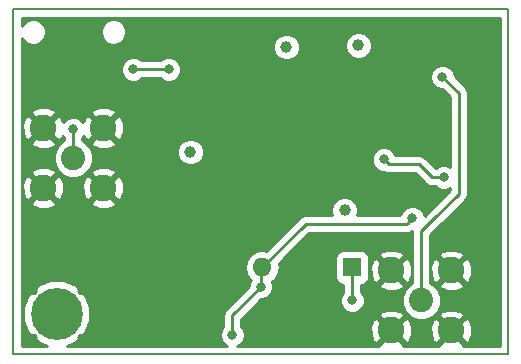
<source format=gbr>
%TF.GenerationSoftware,KiCad,Pcbnew,(5.0.1-3-g963ef8bb5)*%
%TF.CreationDate,2019-01-13T00:49:13+02:00*%
%TF.ProjectId,8307,383330372E6B696361645F7063620000,1.0*%
%TF.SameCoordinates,Original*%
%TF.FileFunction,Copper,L2,Bot,Signal*%
%TF.FilePolarity,Positive*%
%FSLAX46Y46*%
G04 Gerber Fmt 4.6, Leading zero omitted, Abs format (unit mm)*
G04 Created by KiCad (PCBNEW (5.0.1-3-g963ef8bb5)) date Duminică, 13 Ianuarie 2019, 00:49:13*
%MOMM*%
%LPD*%
G01*
G04 APERTURE LIST*
%ADD10C,0.150000*%
%ADD11C,1.000000*%
%ADD12C,2.050000*%
%ADD13C,2.250000*%
%ADD14R,1.600000X1.600000*%
%ADD15O,1.600000X1.600000*%
%ADD16C,0.700000*%
%ADD17C,4.400000*%
%ADD18C,0.800000*%
%ADD19C,0.250000*%
%ADD20C,0.254000*%
G04 APERTURE END LIST*
D10*
X21590000Y-72390000D02*
X21590000Y-43180000D01*
X63500000Y-72390000D02*
X21590000Y-72390000D01*
X63500000Y-43180000D02*
X63500000Y-72390000D01*
X21590000Y-43180000D02*
X63500000Y-43180000D01*
D11*
X44704000Y-46355000D03*
X50800000Y-46228000D03*
X36576000Y-55245000D03*
X49657000Y-60198000D03*
D12*
X56134000Y-67818000D03*
D13*
X53594000Y-65278000D03*
X53594000Y-70358000D03*
X58674000Y-70358000D03*
X58674000Y-65278000D03*
D14*
X50292000Y-65024000D03*
D15*
X42672000Y-65024000D03*
D12*
X26670000Y-55753000D03*
D13*
X29210000Y-53213000D03*
X24130000Y-53213000D03*
X24130000Y-58293000D03*
X29210000Y-58293000D03*
D16*
X26439726Y-67794274D03*
X25273000Y-67311000D03*
X24106274Y-67794274D03*
X23623000Y-68961000D03*
X24106274Y-70127726D03*
X25273000Y-70611000D03*
X26439726Y-70127726D03*
X26923000Y-68961000D03*
D17*
X25273000Y-68961000D03*
D18*
X52959000Y-55880000D03*
X58039000Y-57404000D03*
X31750000Y-48260000D03*
X34747202Y-48260000D03*
X26670000Y-53340000D03*
X42545000Y-66675000D03*
X40132000Y-70739000D03*
X55372000Y-60832998D03*
X50292000Y-67818000D03*
X57912000Y-48895000D03*
D19*
X53358999Y-56279999D02*
X55898999Y-56279999D01*
X52959000Y-55880000D02*
X53358999Y-56279999D01*
X57023000Y-57404000D02*
X58039000Y-57404000D01*
X55898999Y-56279999D02*
X57023000Y-57404000D01*
X31750000Y-48260000D02*
X34747202Y-48260000D01*
X26670000Y-53340000D02*
X26670000Y-55753000D01*
X42545000Y-65151000D02*
X42672000Y-65024000D01*
X42545000Y-66675000D02*
X42545000Y-65151000D01*
X40132000Y-69088000D02*
X42545000Y-66675000D01*
X40132000Y-70739000D02*
X40132000Y-69088000D01*
X42672000Y-65024000D02*
X46336001Y-61359999D01*
X46336001Y-61359999D02*
X54844999Y-61359999D01*
X54972001Y-61232997D02*
X55372000Y-60832998D01*
X54844999Y-61359999D02*
X54972001Y-61232997D01*
X50292000Y-65024000D02*
X50292000Y-67818000D01*
X56134000Y-61976000D02*
X56134000Y-67818000D01*
X57150000Y-60960000D02*
X56134000Y-61976000D01*
X57150000Y-60960000D02*
X59309000Y-58801000D01*
X59309000Y-50292000D02*
X57912000Y-48895000D01*
X59309000Y-58801000D02*
X59309000Y-50292000D01*
D20*
G36*
X62790001Y-71680000D02*
X59705147Y-71680000D01*
X59737342Y-71600947D01*
X58674000Y-70537605D01*
X57610658Y-71600947D01*
X57642853Y-71680000D01*
X54625147Y-71680000D01*
X54657342Y-71600947D01*
X53594000Y-70537605D01*
X52530658Y-71600947D01*
X52562853Y-71680000D01*
X40564811Y-71680000D01*
X40718280Y-71616431D01*
X41009431Y-71325280D01*
X41167000Y-70944874D01*
X41167000Y-70533126D01*
X41009431Y-70152720D01*
X40920340Y-70063629D01*
X51823830Y-70063629D01*
X51845925Y-70763451D01*
X52071227Y-71307379D01*
X52351053Y-71421342D01*
X53414395Y-70358000D01*
X53773605Y-70358000D01*
X54836947Y-71421342D01*
X55116773Y-71307379D01*
X55364170Y-70652371D01*
X55345583Y-70063629D01*
X56903830Y-70063629D01*
X56925925Y-70763451D01*
X57151227Y-71307379D01*
X57431053Y-71421342D01*
X58494395Y-70358000D01*
X58853605Y-70358000D01*
X59916947Y-71421342D01*
X60196773Y-71307379D01*
X60444170Y-70652371D01*
X60422075Y-69952549D01*
X60196773Y-69408621D01*
X59916947Y-69294658D01*
X58853605Y-70358000D01*
X58494395Y-70358000D01*
X57431053Y-69294658D01*
X57151227Y-69408621D01*
X56903830Y-70063629D01*
X55345583Y-70063629D01*
X55342075Y-69952549D01*
X55116773Y-69408621D01*
X54836947Y-69294658D01*
X53773605Y-70358000D01*
X53414395Y-70358000D01*
X52351053Y-69294658D01*
X52071227Y-69408621D01*
X51823830Y-70063629D01*
X40920340Y-70063629D01*
X40892000Y-70035289D01*
X40892000Y-69402801D01*
X41179748Y-69115053D01*
X52530658Y-69115053D01*
X53594000Y-70178395D01*
X54657342Y-69115053D01*
X54543379Y-68835227D01*
X53888371Y-68587830D01*
X53188549Y-68609925D01*
X52644621Y-68835227D01*
X52530658Y-69115053D01*
X41179748Y-69115053D01*
X42584803Y-67710000D01*
X42750874Y-67710000D01*
X43131280Y-67552431D01*
X43422431Y-67261280D01*
X43580000Y-66880874D01*
X43580000Y-66469126D01*
X43474247Y-66213815D01*
X43706577Y-66058577D01*
X44023740Y-65583909D01*
X44135113Y-65024000D01*
X44070688Y-64700113D01*
X44546801Y-64224000D01*
X48844560Y-64224000D01*
X48844560Y-65824000D01*
X48893843Y-66071765D01*
X49034191Y-66281809D01*
X49244235Y-66422157D01*
X49492000Y-66471440D01*
X49532001Y-66471440D01*
X49532001Y-67114288D01*
X49414569Y-67231720D01*
X49257000Y-67612126D01*
X49257000Y-68023874D01*
X49414569Y-68404280D01*
X49705720Y-68695431D01*
X50086126Y-68853000D01*
X50497874Y-68853000D01*
X50878280Y-68695431D01*
X51169431Y-68404280D01*
X51327000Y-68023874D01*
X51327000Y-67612126D01*
X51169431Y-67231720D01*
X51052000Y-67114289D01*
X51052000Y-66520947D01*
X52530658Y-66520947D01*
X52644621Y-66800773D01*
X53299629Y-67048170D01*
X53999451Y-67026075D01*
X54543379Y-66800773D01*
X54657342Y-66520947D01*
X53594000Y-65457605D01*
X52530658Y-66520947D01*
X51052000Y-66520947D01*
X51052000Y-66471440D01*
X51092000Y-66471440D01*
X51339765Y-66422157D01*
X51549809Y-66281809D01*
X51690157Y-66071765D01*
X51739440Y-65824000D01*
X51739440Y-64983629D01*
X51823830Y-64983629D01*
X51845925Y-65683451D01*
X52071227Y-66227379D01*
X52351053Y-66341342D01*
X53414395Y-65278000D01*
X53773605Y-65278000D01*
X54836947Y-66341342D01*
X55116773Y-66227379D01*
X55364170Y-65572371D01*
X55342075Y-64872549D01*
X55116773Y-64328621D01*
X54836947Y-64214658D01*
X53773605Y-65278000D01*
X53414395Y-65278000D01*
X52351053Y-64214658D01*
X52071227Y-64328621D01*
X51823830Y-64983629D01*
X51739440Y-64983629D01*
X51739440Y-64224000D01*
X51701857Y-64035053D01*
X52530658Y-64035053D01*
X53594000Y-65098395D01*
X54657342Y-64035053D01*
X54543379Y-63755227D01*
X53888371Y-63507830D01*
X53188549Y-63529925D01*
X52644621Y-63755227D01*
X52530658Y-64035053D01*
X51701857Y-64035053D01*
X51690157Y-63976235D01*
X51549809Y-63766191D01*
X51339765Y-63625843D01*
X51092000Y-63576560D01*
X49492000Y-63576560D01*
X49244235Y-63625843D01*
X49034191Y-63766191D01*
X48893843Y-63976235D01*
X48844560Y-64224000D01*
X44546801Y-64224000D01*
X46650803Y-62119999D01*
X54770152Y-62119999D01*
X54844999Y-62134887D01*
X54919846Y-62119999D01*
X54919851Y-62119999D01*
X55141536Y-62075903D01*
X55369545Y-61923552D01*
X55359112Y-61976000D01*
X55374000Y-62050847D01*
X55374001Y-66336031D01*
X55193686Y-66410720D01*
X54726720Y-66877686D01*
X54474000Y-67487806D01*
X54474000Y-68148194D01*
X54726720Y-68758314D01*
X55193686Y-69225280D01*
X55803806Y-69478000D01*
X56464194Y-69478000D01*
X57074314Y-69225280D01*
X57184541Y-69115053D01*
X57610658Y-69115053D01*
X58674000Y-70178395D01*
X59737342Y-69115053D01*
X59623379Y-68835227D01*
X58968371Y-68587830D01*
X58268549Y-68609925D01*
X57724621Y-68835227D01*
X57610658Y-69115053D01*
X57184541Y-69115053D01*
X57541280Y-68758314D01*
X57794000Y-68148194D01*
X57794000Y-67487806D01*
X57541280Y-66877686D01*
X57184541Y-66520947D01*
X57610658Y-66520947D01*
X57724621Y-66800773D01*
X58379629Y-67048170D01*
X59079451Y-67026075D01*
X59623379Y-66800773D01*
X59737342Y-66520947D01*
X58674000Y-65457605D01*
X57610658Y-66520947D01*
X57184541Y-66520947D01*
X57074314Y-66410720D01*
X56894000Y-66336031D01*
X56894000Y-64983629D01*
X56903830Y-64983629D01*
X56925925Y-65683451D01*
X57151227Y-66227379D01*
X57431053Y-66341342D01*
X58494395Y-65278000D01*
X58853605Y-65278000D01*
X59916947Y-66341342D01*
X60196773Y-66227379D01*
X60444170Y-65572371D01*
X60422075Y-64872549D01*
X60196773Y-64328621D01*
X59916947Y-64214658D01*
X58853605Y-65278000D01*
X58494395Y-65278000D01*
X57431053Y-64214658D01*
X57151227Y-64328621D01*
X56903830Y-64983629D01*
X56894000Y-64983629D01*
X56894000Y-64035053D01*
X57610658Y-64035053D01*
X58674000Y-65098395D01*
X59737342Y-64035053D01*
X59623379Y-63755227D01*
X58968371Y-63507830D01*
X58268549Y-63529925D01*
X57724621Y-63755227D01*
X57610658Y-64035053D01*
X56894000Y-64035053D01*
X56894000Y-62290801D01*
X57740329Y-61444473D01*
X57740331Y-61444470D01*
X59793473Y-59391329D01*
X59856929Y-59348929D01*
X60024904Y-59097537D01*
X60069000Y-58875852D01*
X60069000Y-58875848D01*
X60083888Y-58801001D01*
X60069000Y-58726154D01*
X60069000Y-50366846D01*
X60083888Y-50291999D01*
X60069000Y-50217152D01*
X60069000Y-50217148D01*
X60024904Y-49995463D01*
X59981163Y-49930000D01*
X59899329Y-49807526D01*
X59899327Y-49807524D01*
X59856929Y-49744071D01*
X59793476Y-49701673D01*
X58947000Y-48855198D01*
X58947000Y-48689126D01*
X58789431Y-48308720D01*
X58498280Y-48017569D01*
X58117874Y-47860000D01*
X57706126Y-47860000D01*
X57325720Y-48017569D01*
X57034569Y-48308720D01*
X56877000Y-48689126D01*
X56877000Y-49100874D01*
X57034569Y-49481280D01*
X57325720Y-49772431D01*
X57706126Y-49930000D01*
X57872198Y-49930000D01*
X58549001Y-50606804D01*
X58549000Y-56494973D01*
X58244874Y-56369000D01*
X57833126Y-56369000D01*
X57452720Y-56526569D01*
X57336546Y-56642743D01*
X56489330Y-55795529D01*
X56446928Y-55732070D01*
X56195536Y-55564095D01*
X55973851Y-55519999D01*
X55973846Y-55519999D01*
X55898999Y-55505111D01*
X55824152Y-55519999D01*
X53930159Y-55519999D01*
X53836431Y-55293720D01*
X53545280Y-55002569D01*
X53164874Y-54845000D01*
X52753126Y-54845000D01*
X52372720Y-55002569D01*
X52081569Y-55293720D01*
X51924000Y-55674126D01*
X51924000Y-56085874D01*
X52081569Y-56466280D01*
X52372720Y-56757431D01*
X52753126Y-56915000D01*
X52941382Y-56915000D01*
X53062462Y-56995903D01*
X53284147Y-57039999D01*
X53284151Y-57039999D01*
X53358998Y-57054887D01*
X53433845Y-57039999D01*
X55584198Y-57039999D01*
X56432673Y-57888475D01*
X56475071Y-57951929D01*
X56538524Y-57994327D01*
X56538526Y-57994329D01*
X56663902Y-58078102D01*
X56726463Y-58119904D01*
X56948148Y-58164000D01*
X56948152Y-58164000D01*
X57022999Y-58178888D01*
X57097846Y-58164000D01*
X57335289Y-58164000D01*
X57452720Y-58281431D01*
X57833126Y-58439000D01*
X58244874Y-58439000D01*
X58549000Y-58313027D01*
X58549000Y-58486198D01*
X56665530Y-60369669D01*
X56665527Y-60369671D01*
X56407000Y-60628198D01*
X56407000Y-60627124D01*
X56249431Y-60246718D01*
X55958280Y-59955567D01*
X55577874Y-59797998D01*
X55166126Y-59797998D01*
X54785720Y-59955567D01*
X54494569Y-60246718D01*
X54348236Y-60599999D01*
X50719002Y-60599999D01*
X50792000Y-60423766D01*
X50792000Y-59972234D01*
X50619207Y-59555074D01*
X50299926Y-59235793D01*
X49882766Y-59063000D01*
X49431234Y-59063000D01*
X49014074Y-59235793D01*
X48694793Y-59555074D01*
X48522000Y-59972234D01*
X48522000Y-60423766D01*
X48594998Y-60599999D01*
X46410848Y-60599999D01*
X46336001Y-60585111D01*
X46261154Y-60599999D01*
X46261149Y-60599999D01*
X46039464Y-60644095D01*
X45788072Y-60812070D01*
X45745672Y-60875526D01*
X42995887Y-63625312D01*
X42813333Y-63589000D01*
X42530667Y-63589000D01*
X42112091Y-63672260D01*
X41637423Y-63989423D01*
X41320260Y-64464091D01*
X41208887Y-65024000D01*
X41320260Y-65583909D01*
X41637423Y-66058577D01*
X41673564Y-66082725D01*
X41667569Y-66088720D01*
X41510000Y-66469126D01*
X41510000Y-66635197D01*
X39647528Y-68497671D01*
X39584072Y-68540071D01*
X39541672Y-68603527D01*
X39541671Y-68603528D01*
X39438246Y-68758314D01*
X39416097Y-68791463D01*
X39403857Y-68853000D01*
X39357112Y-69088000D01*
X39372001Y-69162851D01*
X39372000Y-70035289D01*
X39254569Y-70152720D01*
X39097000Y-70533126D01*
X39097000Y-70944874D01*
X39254569Y-71325280D01*
X39545720Y-71616431D01*
X39699189Y-71680000D01*
X26123784Y-71680000D01*
X26867632Y-71371888D01*
X27112777Y-70980382D01*
X27046424Y-70914029D01*
X27226029Y-70734424D01*
X27292382Y-70800777D01*
X27683888Y-70555632D01*
X28110609Y-69511640D01*
X28105330Y-68383819D01*
X27683888Y-67366368D01*
X27292382Y-67121223D01*
X27226029Y-67187577D01*
X27046424Y-67007972D01*
X27112777Y-66941618D01*
X26867632Y-66550112D01*
X25823640Y-66123391D01*
X24695819Y-66128670D01*
X23678368Y-66550112D01*
X23433223Y-66941618D01*
X23499577Y-67007972D01*
X23319972Y-67187577D01*
X23253618Y-67121223D01*
X22862112Y-67366368D01*
X22435391Y-68410360D01*
X22440670Y-69538181D01*
X22862112Y-70555632D01*
X23253618Y-70800777D01*
X23319972Y-70734424D01*
X23499577Y-70914029D01*
X23433223Y-70980382D01*
X23678368Y-71371888D01*
X24432178Y-71680000D01*
X22300000Y-71680000D01*
X22300000Y-59535947D01*
X23066658Y-59535947D01*
X23180621Y-59815773D01*
X23835629Y-60063170D01*
X24535451Y-60041075D01*
X25079379Y-59815773D01*
X25193342Y-59535947D01*
X28146658Y-59535947D01*
X28260621Y-59815773D01*
X28915629Y-60063170D01*
X29615451Y-60041075D01*
X30159379Y-59815773D01*
X30273342Y-59535947D01*
X29210000Y-58472605D01*
X28146658Y-59535947D01*
X25193342Y-59535947D01*
X24130000Y-58472605D01*
X23066658Y-59535947D01*
X22300000Y-59535947D01*
X22300000Y-57998629D01*
X22359830Y-57998629D01*
X22381925Y-58698451D01*
X22607227Y-59242379D01*
X22887053Y-59356342D01*
X23950395Y-58293000D01*
X24309605Y-58293000D01*
X25372947Y-59356342D01*
X25652773Y-59242379D01*
X25900170Y-58587371D01*
X25881583Y-57998629D01*
X27439830Y-57998629D01*
X27461925Y-58698451D01*
X27687227Y-59242379D01*
X27967053Y-59356342D01*
X29030395Y-58293000D01*
X29389605Y-58293000D01*
X30452947Y-59356342D01*
X30732773Y-59242379D01*
X30980170Y-58587371D01*
X30958075Y-57887549D01*
X30732773Y-57343621D01*
X30452947Y-57229658D01*
X29389605Y-58293000D01*
X29030395Y-58293000D01*
X27967053Y-57229658D01*
X27687227Y-57343621D01*
X27439830Y-57998629D01*
X25881583Y-57998629D01*
X25878075Y-57887549D01*
X25652773Y-57343621D01*
X25372947Y-57229658D01*
X24309605Y-58293000D01*
X23950395Y-58293000D01*
X22887053Y-57229658D01*
X22607227Y-57343621D01*
X22359830Y-57998629D01*
X22300000Y-57998629D01*
X22300000Y-57050053D01*
X23066658Y-57050053D01*
X24130000Y-58113395D01*
X25193342Y-57050053D01*
X25079379Y-56770227D01*
X24424371Y-56522830D01*
X23724549Y-56544925D01*
X23180621Y-56770227D01*
X23066658Y-57050053D01*
X22300000Y-57050053D01*
X22300000Y-54455947D01*
X23066658Y-54455947D01*
X23180621Y-54735773D01*
X23835629Y-54983170D01*
X24535451Y-54961075D01*
X25079379Y-54735773D01*
X25193342Y-54455947D01*
X24130000Y-53392605D01*
X23066658Y-54455947D01*
X22300000Y-54455947D01*
X22300000Y-52918629D01*
X22359830Y-52918629D01*
X22381925Y-53618451D01*
X22607227Y-54162379D01*
X22887053Y-54276342D01*
X23950395Y-53213000D01*
X24309605Y-53213000D01*
X25372947Y-54276342D01*
X25652773Y-54162379D01*
X25766091Y-53862357D01*
X25792569Y-53926280D01*
X25910000Y-54043711D01*
X25910000Y-54271031D01*
X25729686Y-54345720D01*
X25262720Y-54812686D01*
X25010000Y-55422806D01*
X25010000Y-56083194D01*
X25262720Y-56693314D01*
X25729686Y-57160280D01*
X26339806Y-57413000D01*
X27000194Y-57413000D01*
X27610314Y-57160280D01*
X27720541Y-57050053D01*
X28146658Y-57050053D01*
X29210000Y-58113395D01*
X30273342Y-57050053D01*
X30159379Y-56770227D01*
X29504371Y-56522830D01*
X28804549Y-56544925D01*
X28260621Y-56770227D01*
X28146658Y-57050053D01*
X27720541Y-57050053D01*
X28077280Y-56693314D01*
X28330000Y-56083194D01*
X28330000Y-55422806D01*
X28162835Y-55019234D01*
X35441000Y-55019234D01*
X35441000Y-55470766D01*
X35613793Y-55887926D01*
X35933074Y-56207207D01*
X36350234Y-56380000D01*
X36801766Y-56380000D01*
X37218926Y-56207207D01*
X37538207Y-55887926D01*
X37711000Y-55470766D01*
X37711000Y-55019234D01*
X37538207Y-54602074D01*
X37218926Y-54282793D01*
X36801766Y-54110000D01*
X36350234Y-54110000D01*
X35933074Y-54282793D01*
X35613793Y-54602074D01*
X35441000Y-55019234D01*
X28162835Y-55019234D01*
X28077280Y-54812686D01*
X27720541Y-54455947D01*
X28146658Y-54455947D01*
X28260621Y-54735773D01*
X28915629Y-54983170D01*
X29615451Y-54961075D01*
X30159379Y-54735773D01*
X30273342Y-54455947D01*
X29210000Y-53392605D01*
X28146658Y-54455947D01*
X27720541Y-54455947D01*
X27610314Y-54345720D01*
X27430000Y-54271031D01*
X27430000Y-54043711D01*
X27547431Y-53926280D01*
X27568431Y-53875581D01*
X27687227Y-54162379D01*
X27967053Y-54276342D01*
X29030395Y-53213000D01*
X29389605Y-53213000D01*
X30452947Y-54276342D01*
X30732773Y-54162379D01*
X30980170Y-53507371D01*
X30958075Y-52807549D01*
X30732773Y-52263621D01*
X30452947Y-52149658D01*
X29389605Y-53213000D01*
X29030395Y-53213000D01*
X27967053Y-52149658D01*
X27687227Y-52263621D01*
X27514539Y-52720828D01*
X27256280Y-52462569D01*
X26875874Y-52305000D01*
X26464126Y-52305000D01*
X26083720Y-52462569D01*
X25837265Y-52709024D01*
X25652773Y-52263621D01*
X25372947Y-52149658D01*
X24309605Y-53213000D01*
X23950395Y-53213000D01*
X22887053Y-52149658D01*
X22607227Y-52263621D01*
X22359830Y-52918629D01*
X22300000Y-52918629D01*
X22300000Y-51970053D01*
X23066658Y-51970053D01*
X24130000Y-53033395D01*
X25193342Y-51970053D01*
X28146658Y-51970053D01*
X29210000Y-53033395D01*
X30273342Y-51970053D01*
X30159379Y-51690227D01*
X29504371Y-51442830D01*
X28804549Y-51464925D01*
X28260621Y-51690227D01*
X28146658Y-51970053D01*
X25193342Y-51970053D01*
X25079379Y-51690227D01*
X24424371Y-51442830D01*
X23724549Y-51464925D01*
X23180621Y-51690227D01*
X23066658Y-51970053D01*
X22300000Y-51970053D01*
X22300000Y-48054126D01*
X30715000Y-48054126D01*
X30715000Y-48465874D01*
X30872569Y-48846280D01*
X31163720Y-49137431D01*
X31544126Y-49295000D01*
X31955874Y-49295000D01*
X32336280Y-49137431D01*
X32453711Y-49020000D01*
X34043491Y-49020000D01*
X34160922Y-49137431D01*
X34541328Y-49295000D01*
X34953076Y-49295000D01*
X35333482Y-49137431D01*
X35624633Y-48846280D01*
X35782202Y-48465874D01*
X35782202Y-48054126D01*
X35624633Y-47673720D01*
X35333482Y-47382569D01*
X34953076Y-47225000D01*
X34541328Y-47225000D01*
X34160922Y-47382569D01*
X34043491Y-47500000D01*
X32453711Y-47500000D01*
X32336280Y-47382569D01*
X31955874Y-47225000D01*
X31544126Y-47225000D01*
X31163720Y-47382569D01*
X30872569Y-47673720D01*
X30715000Y-48054126D01*
X22300000Y-48054126D01*
X22300000Y-45578453D01*
X22350182Y-45699603D01*
X22655397Y-46004818D01*
X23054180Y-46170000D01*
X23485820Y-46170000D01*
X23884603Y-46004818D01*
X24189818Y-45699603D01*
X24355000Y-45300820D01*
X24355000Y-44869180D01*
X28985000Y-44869180D01*
X28985000Y-45300820D01*
X29150182Y-45699603D01*
X29455397Y-46004818D01*
X29854180Y-46170000D01*
X30285820Y-46170000D01*
X30384237Y-46129234D01*
X43569000Y-46129234D01*
X43569000Y-46580766D01*
X43741793Y-46997926D01*
X44061074Y-47317207D01*
X44478234Y-47490000D01*
X44929766Y-47490000D01*
X45346926Y-47317207D01*
X45666207Y-46997926D01*
X45839000Y-46580766D01*
X45839000Y-46129234D01*
X45786395Y-46002234D01*
X49665000Y-46002234D01*
X49665000Y-46453766D01*
X49837793Y-46870926D01*
X50157074Y-47190207D01*
X50574234Y-47363000D01*
X51025766Y-47363000D01*
X51442926Y-47190207D01*
X51762207Y-46870926D01*
X51935000Y-46453766D01*
X51935000Y-46002234D01*
X51762207Y-45585074D01*
X51442926Y-45265793D01*
X51025766Y-45093000D01*
X50574234Y-45093000D01*
X50157074Y-45265793D01*
X49837793Y-45585074D01*
X49665000Y-46002234D01*
X45786395Y-46002234D01*
X45666207Y-45712074D01*
X45346926Y-45392793D01*
X44929766Y-45220000D01*
X44478234Y-45220000D01*
X44061074Y-45392793D01*
X43741793Y-45712074D01*
X43569000Y-46129234D01*
X30384237Y-46129234D01*
X30684603Y-46004818D01*
X30989818Y-45699603D01*
X31155000Y-45300820D01*
X31155000Y-44869180D01*
X30989818Y-44470397D01*
X30684603Y-44165182D01*
X30285820Y-44000000D01*
X29854180Y-44000000D01*
X29455397Y-44165182D01*
X29150182Y-44470397D01*
X28985000Y-44869180D01*
X24355000Y-44869180D01*
X24189818Y-44470397D01*
X23884603Y-44165182D01*
X23485820Y-44000000D01*
X23054180Y-44000000D01*
X22655397Y-44165182D01*
X22350182Y-44470397D01*
X22300000Y-44591547D01*
X22300000Y-43890000D01*
X62790000Y-43890000D01*
X62790001Y-71680000D01*
X62790001Y-71680000D01*
G37*
X62790001Y-71680000D02*
X59705147Y-71680000D01*
X59737342Y-71600947D01*
X58674000Y-70537605D01*
X57610658Y-71600947D01*
X57642853Y-71680000D01*
X54625147Y-71680000D01*
X54657342Y-71600947D01*
X53594000Y-70537605D01*
X52530658Y-71600947D01*
X52562853Y-71680000D01*
X40564811Y-71680000D01*
X40718280Y-71616431D01*
X41009431Y-71325280D01*
X41167000Y-70944874D01*
X41167000Y-70533126D01*
X41009431Y-70152720D01*
X40920340Y-70063629D01*
X51823830Y-70063629D01*
X51845925Y-70763451D01*
X52071227Y-71307379D01*
X52351053Y-71421342D01*
X53414395Y-70358000D01*
X53773605Y-70358000D01*
X54836947Y-71421342D01*
X55116773Y-71307379D01*
X55364170Y-70652371D01*
X55345583Y-70063629D01*
X56903830Y-70063629D01*
X56925925Y-70763451D01*
X57151227Y-71307379D01*
X57431053Y-71421342D01*
X58494395Y-70358000D01*
X58853605Y-70358000D01*
X59916947Y-71421342D01*
X60196773Y-71307379D01*
X60444170Y-70652371D01*
X60422075Y-69952549D01*
X60196773Y-69408621D01*
X59916947Y-69294658D01*
X58853605Y-70358000D01*
X58494395Y-70358000D01*
X57431053Y-69294658D01*
X57151227Y-69408621D01*
X56903830Y-70063629D01*
X55345583Y-70063629D01*
X55342075Y-69952549D01*
X55116773Y-69408621D01*
X54836947Y-69294658D01*
X53773605Y-70358000D01*
X53414395Y-70358000D01*
X52351053Y-69294658D01*
X52071227Y-69408621D01*
X51823830Y-70063629D01*
X40920340Y-70063629D01*
X40892000Y-70035289D01*
X40892000Y-69402801D01*
X41179748Y-69115053D01*
X52530658Y-69115053D01*
X53594000Y-70178395D01*
X54657342Y-69115053D01*
X54543379Y-68835227D01*
X53888371Y-68587830D01*
X53188549Y-68609925D01*
X52644621Y-68835227D01*
X52530658Y-69115053D01*
X41179748Y-69115053D01*
X42584803Y-67710000D01*
X42750874Y-67710000D01*
X43131280Y-67552431D01*
X43422431Y-67261280D01*
X43580000Y-66880874D01*
X43580000Y-66469126D01*
X43474247Y-66213815D01*
X43706577Y-66058577D01*
X44023740Y-65583909D01*
X44135113Y-65024000D01*
X44070688Y-64700113D01*
X44546801Y-64224000D01*
X48844560Y-64224000D01*
X48844560Y-65824000D01*
X48893843Y-66071765D01*
X49034191Y-66281809D01*
X49244235Y-66422157D01*
X49492000Y-66471440D01*
X49532001Y-66471440D01*
X49532001Y-67114288D01*
X49414569Y-67231720D01*
X49257000Y-67612126D01*
X49257000Y-68023874D01*
X49414569Y-68404280D01*
X49705720Y-68695431D01*
X50086126Y-68853000D01*
X50497874Y-68853000D01*
X50878280Y-68695431D01*
X51169431Y-68404280D01*
X51327000Y-68023874D01*
X51327000Y-67612126D01*
X51169431Y-67231720D01*
X51052000Y-67114289D01*
X51052000Y-66520947D01*
X52530658Y-66520947D01*
X52644621Y-66800773D01*
X53299629Y-67048170D01*
X53999451Y-67026075D01*
X54543379Y-66800773D01*
X54657342Y-66520947D01*
X53594000Y-65457605D01*
X52530658Y-66520947D01*
X51052000Y-66520947D01*
X51052000Y-66471440D01*
X51092000Y-66471440D01*
X51339765Y-66422157D01*
X51549809Y-66281809D01*
X51690157Y-66071765D01*
X51739440Y-65824000D01*
X51739440Y-64983629D01*
X51823830Y-64983629D01*
X51845925Y-65683451D01*
X52071227Y-66227379D01*
X52351053Y-66341342D01*
X53414395Y-65278000D01*
X53773605Y-65278000D01*
X54836947Y-66341342D01*
X55116773Y-66227379D01*
X55364170Y-65572371D01*
X55342075Y-64872549D01*
X55116773Y-64328621D01*
X54836947Y-64214658D01*
X53773605Y-65278000D01*
X53414395Y-65278000D01*
X52351053Y-64214658D01*
X52071227Y-64328621D01*
X51823830Y-64983629D01*
X51739440Y-64983629D01*
X51739440Y-64224000D01*
X51701857Y-64035053D01*
X52530658Y-64035053D01*
X53594000Y-65098395D01*
X54657342Y-64035053D01*
X54543379Y-63755227D01*
X53888371Y-63507830D01*
X53188549Y-63529925D01*
X52644621Y-63755227D01*
X52530658Y-64035053D01*
X51701857Y-64035053D01*
X51690157Y-63976235D01*
X51549809Y-63766191D01*
X51339765Y-63625843D01*
X51092000Y-63576560D01*
X49492000Y-63576560D01*
X49244235Y-63625843D01*
X49034191Y-63766191D01*
X48893843Y-63976235D01*
X48844560Y-64224000D01*
X44546801Y-64224000D01*
X46650803Y-62119999D01*
X54770152Y-62119999D01*
X54844999Y-62134887D01*
X54919846Y-62119999D01*
X54919851Y-62119999D01*
X55141536Y-62075903D01*
X55369545Y-61923552D01*
X55359112Y-61976000D01*
X55374000Y-62050847D01*
X55374001Y-66336031D01*
X55193686Y-66410720D01*
X54726720Y-66877686D01*
X54474000Y-67487806D01*
X54474000Y-68148194D01*
X54726720Y-68758314D01*
X55193686Y-69225280D01*
X55803806Y-69478000D01*
X56464194Y-69478000D01*
X57074314Y-69225280D01*
X57184541Y-69115053D01*
X57610658Y-69115053D01*
X58674000Y-70178395D01*
X59737342Y-69115053D01*
X59623379Y-68835227D01*
X58968371Y-68587830D01*
X58268549Y-68609925D01*
X57724621Y-68835227D01*
X57610658Y-69115053D01*
X57184541Y-69115053D01*
X57541280Y-68758314D01*
X57794000Y-68148194D01*
X57794000Y-67487806D01*
X57541280Y-66877686D01*
X57184541Y-66520947D01*
X57610658Y-66520947D01*
X57724621Y-66800773D01*
X58379629Y-67048170D01*
X59079451Y-67026075D01*
X59623379Y-66800773D01*
X59737342Y-66520947D01*
X58674000Y-65457605D01*
X57610658Y-66520947D01*
X57184541Y-66520947D01*
X57074314Y-66410720D01*
X56894000Y-66336031D01*
X56894000Y-64983629D01*
X56903830Y-64983629D01*
X56925925Y-65683451D01*
X57151227Y-66227379D01*
X57431053Y-66341342D01*
X58494395Y-65278000D01*
X58853605Y-65278000D01*
X59916947Y-66341342D01*
X60196773Y-66227379D01*
X60444170Y-65572371D01*
X60422075Y-64872549D01*
X60196773Y-64328621D01*
X59916947Y-64214658D01*
X58853605Y-65278000D01*
X58494395Y-65278000D01*
X57431053Y-64214658D01*
X57151227Y-64328621D01*
X56903830Y-64983629D01*
X56894000Y-64983629D01*
X56894000Y-64035053D01*
X57610658Y-64035053D01*
X58674000Y-65098395D01*
X59737342Y-64035053D01*
X59623379Y-63755227D01*
X58968371Y-63507830D01*
X58268549Y-63529925D01*
X57724621Y-63755227D01*
X57610658Y-64035053D01*
X56894000Y-64035053D01*
X56894000Y-62290801D01*
X57740329Y-61444473D01*
X57740331Y-61444470D01*
X59793473Y-59391329D01*
X59856929Y-59348929D01*
X60024904Y-59097537D01*
X60069000Y-58875852D01*
X60069000Y-58875848D01*
X60083888Y-58801001D01*
X60069000Y-58726154D01*
X60069000Y-50366846D01*
X60083888Y-50291999D01*
X60069000Y-50217152D01*
X60069000Y-50217148D01*
X60024904Y-49995463D01*
X59981163Y-49930000D01*
X59899329Y-49807526D01*
X59899327Y-49807524D01*
X59856929Y-49744071D01*
X59793476Y-49701673D01*
X58947000Y-48855198D01*
X58947000Y-48689126D01*
X58789431Y-48308720D01*
X58498280Y-48017569D01*
X58117874Y-47860000D01*
X57706126Y-47860000D01*
X57325720Y-48017569D01*
X57034569Y-48308720D01*
X56877000Y-48689126D01*
X56877000Y-49100874D01*
X57034569Y-49481280D01*
X57325720Y-49772431D01*
X57706126Y-49930000D01*
X57872198Y-49930000D01*
X58549001Y-50606804D01*
X58549000Y-56494973D01*
X58244874Y-56369000D01*
X57833126Y-56369000D01*
X57452720Y-56526569D01*
X57336546Y-56642743D01*
X56489330Y-55795529D01*
X56446928Y-55732070D01*
X56195536Y-55564095D01*
X55973851Y-55519999D01*
X55973846Y-55519999D01*
X55898999Y-55505111D01*
X55824152Y-55519999D01*
X53930159Y-55519999D01*
X53836431Y-55293720D01*
X53545280Y-55002569D01*
X53164874Y-54845000D01*
X52753126Y-54845000D01*
X52372720Y-55002569D01*
X52081569Y-55293720D01*
X51924000Y-55674126D01*
X51924000Y-56085874D01*
X52081569Y-56466280D01*
X52372720Y-56757431D01*
X52753126Y-56915000D01*
X52941382Y-56915000D01*
X53062462Y-56995903D01*
X53284147Y-57039999D01*
X53284151Y-57039999D01*
X53358998Y-57054887D01*
X53433845Y-57039999D01*
X55584198Y-57039999D01*
X56432673Y-57888475D01*
X56475071Y-57951929D01*
X56538524Y-57994327D01*
X56538526Y-57994329D01*
X56663902Y-58078102D01*
X56726463Y-58119904D01*
X56948148Y-58164000D01*
X56948152Y-58164000D01*
X57022999Y-58178888D01*
X57097846Y-58164000D01*
X57335289Y-58164000D01*
X57452720Y-58281431D01*
X57833126Y-58439000D01*
X58244874Y-58439000D01*
X58549000Y-58313027D01*
X58549000Y-58486198D01*
X56665530Y-60369669D01*
X56665527Y-60369671D01*
X56407000Y-60628198D01*
X56407000Y-60627124D01*
X56249431Y-60246718D01*
X55958280Y-59955567D01*
X55577874Y-59797998D01*
X55166126Y-59797998D01*
X54785720Y-59955567D01*
X54494569Y-60246718D01*
X54348236Y-60599999D01*
X50719002Y-60599999D01*
X50792000Y-60423766D01*
X50792000Y-59972234D01*
X50619207Y-59555074D01*
X50299926Y-59235793D01*
X49882766Y-59063000D01*
X49431234Y-59063000D01*
X49014074Y-59235793D01*
X48694793Y-59555074D01*
X48522000Y-59972234D01*
X48522000Y-60423766D01*
X48594998Y-60599999D01*
X46410848Y-60599999D01*
X46336001Y-60585111D01*
X46261154Y-60599999D01*
X46261149Y-60599999D01*
X46039464Y-60644095D01*
X45788072Y-60812070D01*
X45745672Y-60875526D01*
X42995887Y-63625312D01*
X42813333Y-63589000D01*
X42530667Y-63589000D01*
X42112091Y-63672260D01*
X41637423Y-63989423D01*
X41320260Y-64464091D01*
X41208887Y-65024000D01*
X41320260Y-65583909D01*
X41637423Y-66058577D01*
X41673564Y-66082725D01*
X41667569Y-66088720D01*
X41510000Y-66469126D01*
X41510000Y-66635197D01*
X39647528Y-68497671D01*
X39584072Y-68540071D01*
X39541672Y-68603527D01*
X39541671Y-68603528D01*
X39438246Y-68758314D01*
X39416097Y-68791463D01*
X39403857Y-68853000D01*
X39357112Y-69088000D01*
X39372001Y-69162851D01*
X39372000Y-70035289D01*
X39254569Y-70152720D01*
X39097000Y-70533126D01*
X39097000Y-70944874D01*
X39254569Y-71325280D01*
X39545720Y-71616431D01*
X39699189Y-71680000D01*
X26123784Y-71680000D01*
X26867632Y-71371888D01*
X27112777Y-70980382D01*
X27046424Y-70914029D01*
X27226029Y-70734424D01*
X27292382Y-70800777D01*
X27683888Y-70555632D01*
X28110609Y-69511640D01*
X28105330Y-68383819D01*
X27683888Y-67366368D01*
X27292382Y-67121223D01*
X27226029Y-67187577D01*
X27046424Y-67007972D01*
X27112777Y-66941618D01*
X26867632Y-66550112D01*
X25823640Y-66123391D01*
X24695819Y-66128670D01*
X23678368Y-66550112D01*
X23433223Y-66941618D01*
X23499577Y-67007972D01*
X23319972Y-67187577D01*
X23253618Y-67121223D01*
X22862112Y-67366368D01*
X22435391Y-68410360D01*
X22440670Y-69538181D01*
X22862112Y-70555632D01*
X23253618Y-70800777D01*
X23319972Y-70734424D01*
X23499577Y-70914029D01*
X23433223Y-70980382D01*
X23678368Y-71371888D01*
X24432178Y-71680000D01*
X22300000Y-71680000D01*
X22300000Y-59535947D01*
X23066658Y-59535947D01*
X23180621Y-59815773D01*
X23835629Y-60063170D01*
X24535451Y-60041075D01*
X25079379Y-59815773D01*
X25193342Y-59535947D01*
X28146658Y-59535947D01*
X28260621Y-59815773D01*
X28915629Y-60063170D01*
X29615451Y-60041075D01*
X30159379Y-59815773D01*
X30273342Y-59535947D01*
X29210000Y-58472605D01*
X28146658Y-59535947D01*
X25193342Y-59535947D01*
X24130000Y-58472605D01*
X23066658Y-59535947D01*
X22300000Y-59535947D01*
X22300000Y-57998629D01*
X22359830Y-57998629D01*
X22381925Y-58698451D01*
X22607227Y-59242379D01*
X22887053Y-59356342D01*
X23950395Y-58293000D01*
X24309605Y-58293000D01*
X25372947Y-59356342D01*
X25652773Y-59242379D01*
X25900170Y-58587371D01*
X25881583Y-57998629D01*
X27439830Y-57998629D01*
X27461925Y-58698451D01*
X27687227Y-59242379D01*
X27967053Y-59356342D01*
X29030395Y-58293000D01*
X29389605Y-58293000D01*
X30452947Y-59356342D01*
X30732773Y-59242379D01*
X30980170Y-58587371D01*
X30958075Y-57887549D01*
X30732773Y-57343621D01*
X30452947Y-57229658D01*
X29389605Y-58293000D01*
X29030395Y-58293000D01*
X27967053Y-57229658D01*
X27687227Y-57343621D01*
X27439830Y-57998629D01*
X25881583Y-57998629D01*
X25878075Y-57887549D01*
X25652773Y-57343621D01*
X25372947Y-57229658D01*
X24309605Y-58293000D01*
X23950395Y-58293000D01*
X22887053Y-57229658D01*
X22607227Y-57343621D01*
X22359830Y-57998629D01*
X22300000Y-57998629D01*
X22300000Y-57050053D01*
X23066658Y-57050053D01*
X24130000Y-58113395D01*
X25193342Y-57050053D01*
X25079379Y-56770227D01*
X24424371Y-56522830D01*
X23724549Y-56544925D01*
X23180621Y-56770227D01*
X23066658Y-57050053D01*
X22300000Y-57050053D01*
X22300000Y-54455947D01*
X23066658Y-54455947D01*
X23180621Y-54735773D01*
X23835629Y-54983170D01*
X24535451Y-54961075D01*
X25079379Y-54735773D01*
X25193342Y-54455947D01*
X24130000Y-53392605D01*
X23066658Y-54455947D01*
X22300000Y-54455947D01*
X22300000Y-52918629D01*
X22359830Y-52918629D01*
X22381925Y-53618451D01*
X22607227Y-54162379D01*
X22887053Y-54276342D01*
X23950395Y-53213000D01*
X24309605Y-53213000D01*
X25372947Y-54276342D01*
X25652773Y-54162379D01*
X25766091Y-53862357D01*
X25792569Y-53926280D01*
X25910000Y-54043711D01*
X25910000Y-54271031D01*
X25729686Y-54345720D01*
X25262720Y-54812686D01*
X25010000Y-55422806D01*
X25010000Y-56083194D01*
X25262720Y-56693314D01*
X25729686Y-57160280D01*
X26339806Y-57413000D01*
X27000194Y-57413000D01*
X27610314Y-57160280D01*
X27720541Y-57050053D01*
X28146658Y-57050053D01*
X29210000Y-58113395D01*
X30273342Y-57050053D01*
X30159379Y-56770227D01*
X29504371Y-56522830D01*
X28804549Y-56544925D01*
X28260621Y-56770227D01*
X28146658Y-57050053D01*
X27720541Y-57050053D01*
X28077280Y-56693314D01*
X28330000Y-56083194D01*
X28330000Y-55422806D01*
X28162835Y-55019234D01*
X35441000Y-55019234D01*
X35441000Y-55470766D01*
X35613793Y-55887926D01*
X35933074Y-56207207D01*
X36350234Y-56380000D01*
X36801766Y-56380000D01*
X37218926Y-56207207D01*
X37538207Y-55887926D01*
X37711000Y-55470766D01*
X37711000Y-55019234D01*
X37538207Y-54602074D01*
X37218926Y-54282793D01*
X36801766Y-54110000D01*
X36350234Y-54110000D01*
X35933074Y-54282793D01*
X35613793Y-54602074D01*
X35441000Y-55019234D01*
X28162835Y-55019234D01*
X28077280Y-54812686D01*
X27720541Y-54455947D01*
X28146658Y-54455947D01*
X28260621Y-54735773D01*
X28915629Y-54983170D01*
X29615451Y-54961075D01*
X30159379Y-54735773D01*
X30273342Y-54455947D01*
X29210000Y-53392605D01*
X28146658Y-54455947D01*
X27720541Y-54455947D01*
X27610314Y-54345720D01*
X27430000Y-54271031D01*
X27430000Y-54043711D01*
X27547431Y-53926280D01*
X27568431Y-53875581D01*
X27687227Y-54162379D01*
X27967053Y-54276342D01*
X29030395Y-53213000D01*
X29389605Y-53213000D01*
X30452947Y-54276342D01*
X30732773Y-54162379D01*
X30980170Y-53507371D01*
X30958075Y-52807549D01*
X30732773Y-52263621D01*
X30452947Y-52149658D01*
X29389605Y-53213000D01*
X29030395Y-53213000D01*
X27967053Y-52149658D01*
X27687227Y-52263621D01*
X27514539Y-52720828D01*
X27256280Y-52462569D01*
X26875874Y-52305000D01*
X26464126Y-52305000D01*
X26083720Y-52462569D01*
X25837265Y-52709024D01*
X25652773Y-52263621D01*
X25372947Y-52149658D01*
X24309605Y-53213000D01*
X23950395Y-53213000D01*
X22887053Y-52149658D01*
X22607227Y-52263621D01*
X22359830Y-52918629D01*
X22300000Y-52918629D01*
X22300000Y-51970053D01*
X23066658Y-51970053D01*
X24130000Y-53033395D01*
X25193342Y-51970053D01*
X28146658Y-51970053D01*
X29210000Y-53033395D01*
X30273342Y-51970053D01*
X30159379Y-51690227D01*
X29504371Y-51442830D01*
X28804549Y-51464925D01*
X28260621Y-51690227D01*
X28146658Y-51970053D01*
X25193342Y-51970053D01*
X25079379Y-51690227D01*
X24424371Y-51442830D01*
X23724549Y-51464925D01*
X23180621Y-51690227D01*
X23066658Y-51970053D01*
X22300000Y-51970053D01*
X22300000Y-48054126D01*
X30715000Y-48054126D01*
X30715000Y-48465874D01*
X30872569Y-48846280D01*
X31163720Y-49137431D01*
X31544126Y-49295000D01*
X31955874Y-49295000D01*
X32336280Y-49137431D01*
X32453711Y-49020000D01*
X34043491Y-49020000D01*
X34160922Y-49137431D01*
X34541328Y-49295000D01*
X34953076Y-49295000D01*
X35333482Y-49137431D01*
X35624633Y-48846280D01*
X35782202Y-48465874D01*
X35782202Y-48054126D01*
X35624633Y-47673720D01*
X35333482Y-47382569D01*
X34953076Y-47225000D01*
X34541328Y-47225000D01*
X34160922Y-47382569D01*
X34043491Y-47500000D01*
X32453711Y-47500000D01*
X32336280Y-47382569D01*
X31955874Y-47225000D01*
X31544126Y-47225000D01*
X31163720Y-47382569D01*
X30872569Y-47673720D01*
X30715000Y-48054126D01*
X22300000Y-48054126D01*
X22300000Y-45578453D01*
X22350182Y-45699603D01*
X22655397Y-46004818D01*
X23054180Y-46170000D01*
X23485820Y-46170000D01*
X23884603Y-46004818D01*
X24189818Y-45699603D01*
X24355000Y-45300820D01*
X24355000Y-44869180D01*
X28985000Y-44869180D01*
X28985000Y-45300820D01*
X29150182Y-45699603D01*
X29455397Y-46004818D01*
X29854180Y-46170000D01*
X30285820Y-46170000D01*
X30384237Y-46129234D01*
X43569000Y-46129234D01*
X43569000Y-46580766D01*
X43741793Y-46997926D01*
X44061074Y-47317207D01*
X44478234Y-47490000D01*
X44929766Y-47490000D01*
X45346926Y-47317207D01*
X45666207Y-46997926D01*
X45839000Y-46580766D01*
X45839000Y-46129234D01*
X45786395Y-46002234D01*
X49665000Y-46002234D01*
X49665000Y-46453766D01*
X49837793Y-46870926D01*
X50157074Y-47190207D01*
X50574234Y-47363000D01*
X51025766Y-47363000D01*
X51442926Y-47190207D01*
X51762207Y-46870926D01*
X51935000Y-46453766D01*
X51935000Y-46002234D01*
X51762207Y-45585074D01*
X51442926Y-45265793D01*
X51025766Y-45093000D01*
X50574234Y-45093000D01*
X50157074Y-45265793D01*
X49837793Y-45585074D01*
X49665000Y-46002234D01*
X45786395Y-46002234D01*
X45666207Y-45712074D01*
X45346926Y-45392793D01*
X44929766Y-45220000D01*
X44478234Y-45220000D01*
X44061074Y-45392793D01*
X43741793Y-45712074D01*
X43569000Y-46129234D01*
X30384237Y-46129234D01*
X30684603Y-46004818D01*
X30989818Y-45699603D01*
X31155000Y-45300820D01*
X31155000Y-44869180D01*
X30989818Y-44470397D01*
X30684603Y-44165182D01*
X30285820Y-44000000D01*
X29854180Y-44000000D01*
X29455397Y-44165182D01*
X29150182Y-44470397D01*
X28985000Y-44869180D01*
X24355000Y-44869180D01*
X24189818Y-44470397D01*
X23884603Y-44165182D01*
X23485820Y-44000000D01*
X23054180Y-44000000D01*
X22655397Y-44165182D01*
X22350182Y-44470397D01*
X22300000Y-44591547D01*
X22300000Y-43890000D01*
X62790000Y-43890000D01*
X62790001Y-71680000D01*
G36*
X25833029Y-68580577D02*
X25452605Y-68961000D01*
X25833029Y-69341424D01*
X25653424Y-69521029D01*
X25273000Y-69140605D01*
X24892577Y-69521029D01*
X24712972Y-69341424D01*
X25093395Y-68961000D01*
X24712972Y-68580577D01*
X24892577Y-68400972D01*
X25273000Y-68781395D01*
X25653424Y-68400972D01*
X25833029Y-68580577D01*
X25833029Y-68580577D01*
G37*
X25833029Y-68580577D02*
X25452605Y-68961000D01*
X25833029Y-69341424D01*
X25653424Y-69521029D01*
X25273000Y-69140605D01*
X24892577Y-69521029D01*
X24712972Y-69341424D01*
X25093395Y-68961000D01*
X24712972Y-68580577D01*
X24892577Y-68400972D01*
X25273000Y-68781395D01*
X25653424Y-68400972D01*
X25833029Y-68580577D01*
M02*

</source>
